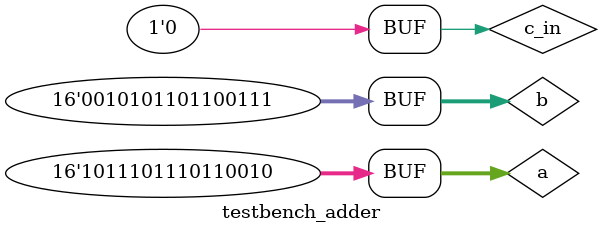
<source format=v>
module testbench_adder();
	// vars
	reg [15:0] a; 
	reg c_in; 
	reg [15:0] b;
	
	// outputs
	wire [15:0] sum;
	wire c_out; 

	adder adder_32_bit(a, b, c_in, sum);

	initial begin
	a = 16'd347;
	b = 16'd103;
	c_in = 0;
	#25;

	a = 16'd347;
	b = 16'd103;
	c_in = 1;
	#25;

	a = 32'd48050;
	b = 32'd11111;
	c_in = 0;
	#25;
	end
	
	initial
	begin
	$monitor("time = %2d, a =%16b, b=%16b, c_in=%1b, sum=%16b, c_out=%1b", $time, a, b, c_in, sum, c_out);
	end

endmodule

</source>
